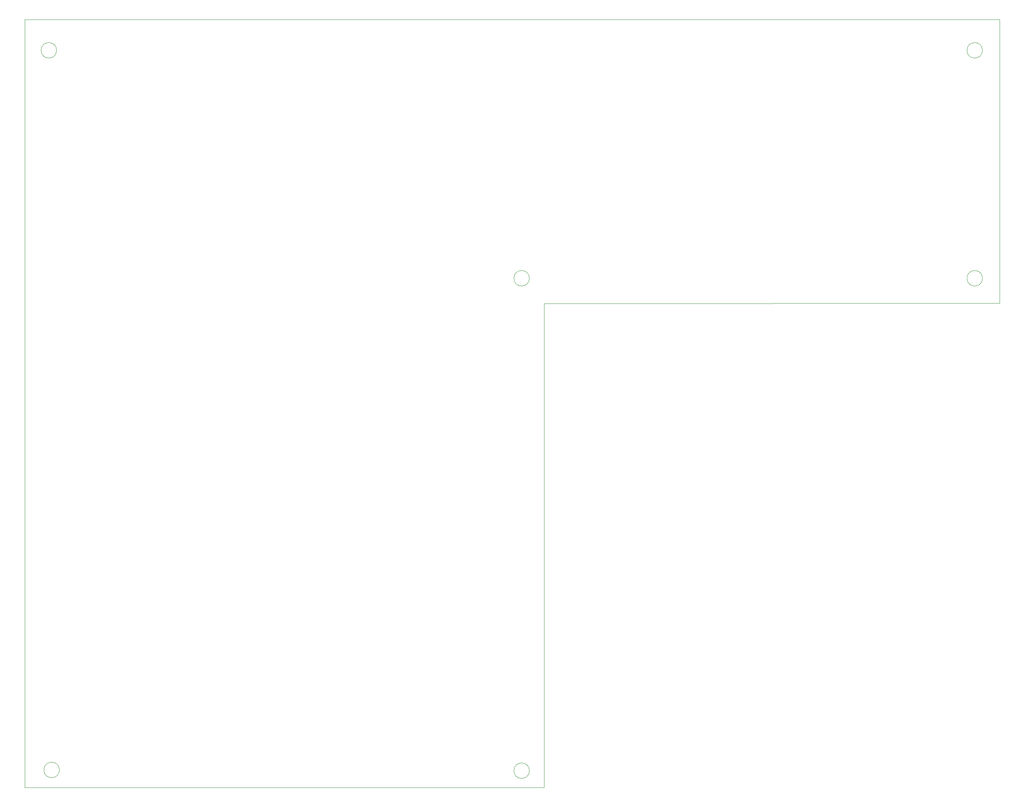
<source format=gbr>
%TF.GenerationSoftware,KiCad,Pcbnew,(6.0.6)*%
%TF.CreationDate,2022-10-29T21:57:17+02:00*%
%TF.ProjectId,SF-7017,53462d37-3031-4372-9e6b-696361645f70,rev?*%
%TF.SameCoordinates,Original*%
%TF.FileFunction,Profile,NP*%
%FSLAX46Y46*%
G04 Gerber Fmt 4.6, Leading zero omitted, Abs format (unit mm)*
G04 Created by KiCad (PCBNEW (6.0.6)) date 2022-10-29 21:57:17*
%MOMM*%
%LPD*%
G01*
G04 APERTURE LIST*
%TA.AperFunction,Profile*%
%ADD10C,0.100000*%
%TD*%
G04 APERTURE END LIST*
D10*
X149225000Y-78105000D02*
X252000000Y-78000000D01*
X145895000Y-72390000D02*
G75*
G03*
X145895000Y-72390000I-1750000J0D01*
G01*
X39850000Y-183347000D02*
G75*
G03*
X39850000Y-183347000I-1750000J0D01*
G01*
X248130000Y-20955000D02*
G75*
G03*
X248130000Y-20955000I-1750000J0D01*
G01*
X145895000Y-183515000D02*
G75*
G03*
X145895000Y-183515000I-1750000J0D01*
G01*
X252000000Y-78000000D02*
X252000000Y-14000000D01*
X39215000Y-20955000D02*
G75*
G03*
X39215000Y-20955000I-1750000J0D01*
G01*
X252000000Y-14000000D02*
X32000000Y-14000000D01*
X248130000Y-72390000D02*
G75*
G03*
X248130000Y-72390000I-1750000J0D01*
G01*
X32000000Y-14000000D02*
X32000000Y-187325000D01*
X149225000Y-187325000D02*
X149225000Y-78105000D01*
X32000000Y-187325000D02*
X149225000Y-187325000D01*
M02*

</source>
